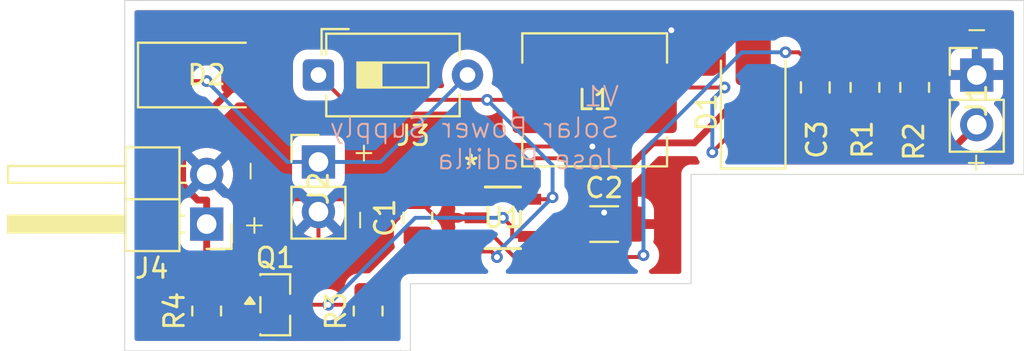
<source format=kicad_pcb>
(kicad_pcb (version 20241229) (generator "pcbnew") (generator_version "9.0")
  (title_block (title "Solar power supply") (date "2025-11-30") (rev "v1") (company "JPIndustries") (comment 1 "Author: Jose Padilla"))
  (layers (0 "F.Cu" signal) (2 "B.Cu" signal) (13 "F.Paste" user) (15 "B.Paste" user) (5 "F.SilkS" user "F.Silkscreen") (7 "B.SilkS" user "B.Silkscreen") (1 "F.Mask" user) (3 "B.Mask" user) (25 "Edge.Cuts" user))
  (net 0 "")
  (net 1 "GNDD")
  (net 2 "Net-(J3-Pin_1)")
  (net 3 "/OUT_P")
  (net 4 "Net-(U1-FB)")
  (net 5 "Net-(D1-K)")
  (net 6 "/SOLAR_P")
  (net 7 "Net-(D2-K)")
  (net 8 "Net-(Q1-D)")
  (footprint "Resistor_SMD:R_0805_2012Metric" (layer "F.Cu") (at 152.4 89.535 90)
    (property "Reference" "R1" (at -2.665 -0.13 90) (layer "F.SilkS"))
    (property "Value" "1 MΩ" (hide yes))
    (fp_line (start -0.227064 -0.735) (end 0.227064 -0.735) (stroke (width 0.12)) (layer "F.SilkS"))
    (fp_line (start -0.227064 0.735) (end 0.227064 0.735) (stroke (width 0.12)) (layer "F.SilkS"))
    (pad "1" smd roundrect (at -0.9125 0 90) (size 1.025 1.4) (layers "F.Cu" "F.Mask" "F.Paste") (roundrect_rratio 0.243902) (net 3 "/OUT_P"))
    (pad "2" smd roundrect (at 0.9125 0 90) (size 1.025 1.4) (layers "F.Cu" "F.Mask" "F.Paste") (roundrect_rratio 0.243902) (net 4 "Net-(U1-FB)"))
  )
  (footprint "Connector_PinHeader_2.54mm:PinHeader_1x02_P2.54mm_Horizontal" (layer "F.Cu") (at 118.745 96.52 180)
    (property "Reference" "J4" (at 2.81 -2.27 0) (layer "F.SilkS"))
    (property "Value" "Conn_01x02_Pin" (hide yes))
    (fp_line (start 10.15 2.97) (end 4.15 2.97) (stroke (width 0.12)) (layer "F.SilkS"))
    (fp_line (start 10.15 2.11) (end 10.15 2.97) (stroke (width 0.12)) (layer "F.SilkS"))
    (fp_line (start 4.15 3.92) (end 4.15 -1.38) (stroke (width 0.12)) (layer "F.SilkS"))
    (fp_line (start 4.15 2.11) (end 10.15 2.11) (stroke (width 0.12)) (layer "F.SilkS"))
    (fp_line (start 4.15 -1.38) (end 1.39 -1.38) (stroke (width 0.12)) (layer "F.SilkS"))
    (fp_line (start 1.39 3.92) (end 4.15 3.92) (stroke (width 0.12)) (layer "F.SilkS"))
    (fp_line (start 1.39 1.27) (end 4.15 1.27) (stroke (width 0.12)) (layer "F.SilkS"))
    (fp_line (start 1.39 -1.38) (end 1.39 3.92) (stroke (width 0.12)) (layer "F.SilkS"))
    (fp_line (start 1.16 0.43) (end 1.39 0.43) (stroke (width 0.12)) (layer "F.SilkS"))
    (fp_line (start 1.16 -0.43) (end 1.39 -0.43) (stroke (width 0.12)) (layer "F.SilkS"))
    (fp_line (start 1.077358 2.97) (end 1.39 2.97) (stroke (width 0.12)) (layer "F.SilkS"))
    (fp_line (start 1.077358 2.11) (end 1.39 2.11) (stroke (width 0.12)) (layer "F.SilkS"))
    (fp_line (start -1.27 0) (end -1.27 -1.27) (stroke (width 0.12)) (layer "F.SilkS"))
    (fp_line (start -1.27 -1.27) (end 0 -1.27) (stroke (width 0.12)) (layer "F.SilkS"))
    (fp_rect (start 4.15 -0.43) (end 10.15 0.43) (stroke (width 0.12)) (fill yes) (layer "F.SilkS"))
    (pad "1" thru_hole rect (at 0 0 180) (size 1.7 1.7) (drill 1) (layers "*.Cu" "*.Mask") (net 6 "/SOLAR_P"))
    (pad "2" thru_hole circle (at 0 2.54 180) (size 1.7 1.7) (drill 1) (layers "*.Cu" "*.Mask") (net 1 "GNDD"))
  )
  (footprint "Inductor_SMD:L_Abracon_ASPI-0630LR" (layer "F.Cu") (at 138.58 90.17)
    (property "Reference" "L1" (at 0 0 0) (layer "F.SilkS"))
    (property "Value" "10 µH, 680 mA" (hide yes))
    (fp_line (start -3.7 -3.4) (end -3.7 -1.9) (stroke (width 0.12)) (layer "F.SilkS"))
    (fp_line (start -3.7 3.4) (end -3.7 1.9) (stroke (width 0.12)) (layer "F.SilkS"))
    (fp_line (start -3.7 3.4) (end 3.7 3.4) (stroke (width 0.12)) (layer "F.SilkS"))
    (fp_line (start 3.7 -3.4) (end -3.7 -3.4) (stroke (width 0.12)) (layer "F.SilkS"))
    (fp_line (start 3.7 -3.4) (end 3.7 -1.9) (stroke (width 0.12)) (layer "F.SilkS"))
    (fp_line (start 3.7 3.4) (end 3.7 1.9) (stroke (width 0.12)) (layer "F.SilkS"))
    (pad "1" smd roundrect (at -3.025 0) (size 2.35 3.4) (layers "F.Cu" "F.Mask" "F.Paste") (roundrect_rratio 0.1) (net 2 "Net-(J3-Pin_1)"))
    (pad "2" smd roundrect (at 3.025 0) (size 2.35 3.4) (layers "F.Cu" "F.Mask" "F.Paste") (roundrect_rratio 0.1) (net 5 "Net-(D1-K)"))
  )
  (footprint "AP3015AKTR-G1:SOT23-5_1P55X2P9_DIO" (layer "F.Cu") (at 133.8898 96.2)
    (property "Reference" "U1" (at 0 0 0) (layer "F.SilkS"))
    (property "Value" "AP3015AKTR-G1" (hide yes))
    (fp_line (start -0.9017 1.5748) (end 0.9017 1.5748) (stroke (width 0.1524)) (layer "F.SilkS"))
    (fp_line (start 0.9017 -1.5748) (end -0.9017 -1.5748) (stroke (width 0.1524)) (layer "F.SilkS"))
    (fp_line (start 0.9017 0.337861) (end 0.9017 -0.337861) (stroke (width 0.1524)) (layer "F.SilkS"))
    (fp_text user "*" (at -1.61925 -2.6518 0) (layer "F.SilkS"))
    (fp_text user "*" (at -1.61925 -2.6518 0) (layer "F.SilkS"))
    (pad "1" smd rect (at -1.36525 -0.950001) (size 1.1811 0.5588) (layers "F.Cu" "F.Mask" "F.Paste") (net 5 "Net-(D1-K)"))
    (pad "2" smd rect (at -1.36525 0) (size 1.1811 0.5588) (layers "F.Cu" "F.Mask" "F.Paste") (net 1 "GNDD"))
    (pad "3" smd rect (at -1.36525 0.950001) (size 1.1811 0.5588) (layers "F.Cu" "F.Mask" "F.Paste") (net 4 "Net-(U1-FB)"))
    (pad "4" smd rect (at 1.36525 0.950001) (size 1.1811 0.5588) (layers "F.Cu" "F.Mask" "F.Paste") (net 8 "Net-(Q1-D)"))
    (pad "5" smd rect (at 1.36525 -0.950001) (size 1.1811 0.5588) (layers "F.Cu" "F.Mask" "F.Paste") (net 2 "Net-(J3-Pin_1)"))
  )
  (footprint "Capacitor_SMD:C_1206_3216Metric" (layer "F.Cu") (at 139.065 96.52)
    (property "Reference" "C2" (at 0 -1.85 0) (layer "F.SilkS"))
    (property "Value" "22 µF, 10 V, X7R (1206)" (hide yes))
    (fp_line (start -0.711252 -0.91) (end 0.711252 -0.91) (stroke (width 0.12)) (layer "F.SilkS"))
    (fp_line (start -0.711252 0.91) (end 0.711252 0.91) (stroke (width 0.12)) (layer "F.SilkS"))
    (pad "1" smd roundrect (at -1.475 0) (size 1.15 1.8) (layers "F.Cu" "F.Mask" "F.Paste") (roundrect_rratio 0.217391) (net 3 "/OUT_P"))
    (pad "2" smd roundrect (at 1.475 0) (size 1.15 1.8) (layers "F.Cu" "F.Mask" "F.Paste") (roundrect_rratio 0.217391) (net 1 "GNDD"))
  )
  (footprint "Capacitor_SMD:C_0805_2012Metric" (layer "F.Cu") (at 149.86 89.535 90)
    (property "Reference" "C3" (at -2.665 0.08 90) (layer "F.SilkS"))
    (property "Value" "10 pF, 50 V" (hide yes))
    (fp_line (start -0.261252 -0.735) (end 0.261252 -0.735) (stroke (width 0.12)) (layer "F.SilkS"))
    (fp_line (start -0.261252 0.735) (end 0.261252 0.735) (stroke (width 0.12)) (layer "F.SilkS"))
    (pad "1" smd roundrect (at -0.95 0 90) (size 1 1.45) (layers "F.Cu" "F.Mask" "F.Paste") (net 3 "/OUT_P"))
    (pad "2" smd roundrect (at 0.95 0 90) (size 1 1.45) (layers "F.Cu" "F.Mask" "F.Paste") (net 4 "Net-(U1-FB)"))
  )
  (footprint "Capacitor_SMD:C_0805_2012Metric" (layer "F.Cu") (at 129.54 96.2 90)
    (property "Reference" "C1" (at 0 -1.68 90) (layer "F.SilkS"))
    (property "Value" "4.7 µF, 50 V, X7R (0805)" (hide yes))
    (fp_line (start -0.261252 -0.735) (end 0.261252 -0.735) (stroke (width 0.12)) (layer "F.SilkS"))
    (fp_line (start -0.261252 0.735) (end 0.261252 0.735) (stroke (width 0.12)) (layer "F.SilkS"))
    (pad "1" smd roundrect (at -0.95 0 90) (size 1 1.45) (layers "F.Cu" "F.Mask" "F.Paste") (net 2 "Net-(J3-Pin_1)"))
    (pad "2" smd roundrect (at 0.95 0 90) (size 1 1.45) (layers "F.Cu" "F.Mask" "F.Paste") (net 1 "GNDD"))
  )
  (footprint "Connector_PinHeader_2.54mm:PinHeader_1x02_P2.54mm_Vertical" (layer "F.Cu") (at 124.46 93.345)
    (property "Reference" "J2" (at 0 1.355 90) (layer "F.SilkS"))
    (property "Value" "Conn_01x02_Pin" (hide yes))
    (fp_line (start -1.38 -1.38) (end 0 -1.38) (stroke (width 0.12)) (layer "F.SilkS"))
    (fp_line (start -1.38 0) (end -1.38 -1.38) (stroke (width 0.12)) (layer "F.SilkS"))
    (fp_line (start -1.38 1.27) (end -1.38 3.92) (stroke (width 0.12)) (layer "F.SilkS"))
    (fp_line (start -1.38 1.27) (end 1.38 1.27) (stroke (width 0.12)) (layer "F.SilkS"))
    (fp_line (start -1.38 3.92) (end 1.38 3.92) (stroke (width 0.12)) (layer "F.SilkS"))
    (fp_line (start 1.38 1.27) (end 1.38 3.92) (stroke (width 0.12)) (layer "F.SilkS"))
    (pad "1" thru_hole rect (at 0 0) (size 1.7 1.7) (drill 1) (layers "*.Cu" "*.Mask") (net 7 "Net-(D2-K)"))
    (pad "2" thru_hole circle (at 0 2.54) (size 1.7 1.7) (drill 1) (layers "*.Cu" "*.Mask") (net 1 "GNDD"))
  )
  (footprint "Package_TO_SOT_SMD:SOT-23" (layer "F.Cu") (at 122.2525 100.645)
    (property "Reference" "Q1" (at 0 -2.4 0) (layer "F.SilkS"))
    (property "Value" "2N7002" (hide yes))
    (fp_line (start -0.76 -1.56) (end 0.76 -1.56) (stroke (width 0.12)) (layer "F.SilkS"))
    (fp_line (start -0.76 -1.51) (end -0.76 -1.56) (stroke (width 0.12)) (layer "F.SilkS"))
    (fp_line (start -0.76 0.39) (end -0.76 -0.39) (stroke (width 0.12)) (layer "F.SilkS"))
    (fp_line (start -0.76 1.56) (end -0.76 1.51) (stroke (width 0.12)) (layer "F.SilkS"))
    (fp_line (start 0.76 -1.56) (end 0.76 -0.56) (stroke (width 0.12)) (layer "F.SilkS"))
    (fp_line (start 0.76 0.56) (end 0.76 1.56) (stroke (width 0.12)) (layer "F.SilkS"))
    (fp_line (start 0.76 1.56) (end -0.76 1.56) (stroke (width 0.12)) (layer "F.SilkS"))
    (fp_poly (pts (xy -1.3 -0.38) (xy -1.06 -0.05) (xy -1.54 -0.05)) (stroke (width 0.12)) (fill yes) (layer "F.SilkS"))
    (pad "1" smd roundrect (at -0.9375 -0.95) (size 1.475 0.6) (layers "F.Cu" "F.Mask" "F.Paste") (net 6 "/SOLAR_P"))
    (pad "2" smd roundrect (at -0.9375 0.95) (size 1.475 0.6) (layers "F.Cu" "F.Mask" "F.Paste") (net 1 "GNDD"))
    (pad "3" smd roundrect (at 0.9375 0) (size 1.475 0.6) (layers "F.Cu" "F.Mask" "F.Paste") (net 8 "Net-(Q1-D)"))
  )
  (footprint "Resistor_SMD:R_0805_2012Metric" (layer "F.Cu") (at 154.94 89.535 90)
    (property "Reference" "R2" (at -2.765 -0.04 90) (layer "F.SilkS"))
    (property "Value" "604 kΩ, 1%" (hide yes))
    (fp_line (start -0.227064 -0.735) (end 0.227064 -0.735) (stroke (width 0.12)) (layer "F.SilkS"))
    (fp_line (start -0.227064 0.735) (end 0.227064 0.735) (stroke (width 0.12)) (layer "F.SilkS"))
    (pad "1" smd roundrect (at -0.9125 0 90) (size 1.025 1.4) (layers "F.Cu" "F.Mask" "F.Paste") (roundrect_rratio 0.243902) (net 4 "Net-(U1-FB)"))
    (pad "2" smd roundrect (at 0.9125 0 90) (size 1.025 1.4) (layers "F.Cu" "F.Mask" "F.Paste") (roundrect_rratio 0.243902) (net 1 "GNDD"))
  )
  (footprint "Button_Switch_THT:SW_DIP_SPSTx01_Slide_6.7x4.1mm_W7.62mm_P2.54mm_LowProfile" (layer "F.Cu") (at 124.46 88.9)
    (property "Reference" "J3" (at 4.84 3.1 0) (layer "F.SilkS"))
    (property "Value" "Conn_01x02_Pin" (hide yes))
    (fp_line (start 0.16 -2.35) (end 0.16 -1.04) (stroke (width 0.12)) (layer "F.SilkS"))
    (fp_line (start 0.16 -2.35) (end 1.543 -2.35) (stroke (width 0.12)) (layer "F.SilkS"))
    (fp_line (start 0.4 -2.11) (end 0.4 -1.04) (stroke (width 0.12)) (layer "F.SilkS"))
    (fp_line (start 0.4 -2.11) (end 7.22 -2.11) (stroke (width 0.12)) (layer "F.SilkS"))
    (fp_line (start 0.4 1.04) (end 0.4 2.11) (stroke (width 0.12)) (layer "F.SilkS"))
    (fp_line (start 0.4 2.11) (end 7.22 2.11) (stroke (width 0.12)) (layer "F.SilkS"))
    (fp_line (start 3.206667 -0.635) (end 3.206667 0.635) (stroke (width 0.12)) (layer "F.SilkS"))
    (fp_line (start 7.22 -2.11) (end 7.22 -0.96) (stroke (width 0.12)) (layer "F.SilkS"))
    (fp_line (start 7.22 0.96) (end 7.22 2.11) (stroke (width 0.12)) (layer "F.SilkS"))
    (fp_rect (start 2 -0.635) (end 3.206667 0.635) (stroke (width 0.12)) (fill yes) (layer "F.SilkS"))
    (fp_rect (start 2 -0.635) (end 5.62 0.635) (stroke (width 0.12)) (fill no) (layer "F.SilkS"))
    (pad "1" thru_hole roundrect (at 0 0) (size 1.6 1.6) (drill 0.8) (layers "*.Cu" "*.Mask") (roundrect_rratio 0.15625) (net 2 "Net-(J3-Pin_1)"))
    (pad "2" thru_hole circle (at 7.62 0) (size 1.6 1.6) (drill 0.8) (layers "*.Cu" "*.Mask") (net 7 "Net-(D2-K)"))
  )
  (footprint "Resistor_SMD:R_0805_2012Metric" (layer "F.Cu") (at 127 100.965 90)
    (property "Reference" "R3" (at 0 -1.65 90) (layer "F.SilkS"))
    (property "Value" "10 kΩ" (hide yes))
    (fp_line (start -0.227064 -0.735) (end 0.227064 -0.735) (stroke (width 0.12)) (layer "F.SilkS"))
    (fp_line (start -0.227064 0.735) (end 0.227064 0.735) (stroke (width 0.12)) (layer "F.SilkS"))
    (pad "1" smd roundrect (at -0.9125 0 90) (size 1.025 1.4) (layers "F.Cu" "F.Mask" "F.Paste") (roundrect_rratio 0.243902) (net 8 "Net-(Q1-D)"))
    (pad "2" smd roundrect (at 0.9125 0 90) (size 1.025 1.4) (layers "F.Cu" "F.Mask" "F.Paste") (roundrect_rratio 0.243902) (net 2 "Net-(J3-Pin_1)"))
  )
  (footprint "Diode_SMD:D_SMA" (layer "F.Cu") (at 118.745 88.9)
    (property "Reference" "D2" (at 0 0 0) (layer "F.SilkS"))
    (property "Value" "SS14 (DO-214AC)" (hide yes))
    (fp_line (start -3.51 -1.65) (end -3.51 1.65) (stroke (width 0.12)) (layer "F.SilkS"))
    (fp_line (start -3.51 -1.65) (end 2 -1.65) (stroke (width 0.12)) (layer "F.SilkS"))
    (fp_line (start -3.51 1.65) (end 2 1.65) (stroke (width 0.12)) (layer "F.SilkS"))
    (pad "1" smd roundrect (at -2 0) (size 2.5 1.8) (layers "F.Cu" "F.Mask" "F.Paste") (roundrect_rratio 0.1388888889) (net 7 "Net-(D2-K)"))
    (pad "2" smd roundrect (at 2 0) (size 2.5 1.8) (layers "F.Cu" "F.Mask" "F.Paste") (roundrect_rratio 0.1388888889) (net 6 "/SOLAR_P"))
  )
  (footprint "Diode_SMD:D_SMA" (layer "F.Cu") (at 146.685 90.17 90)
    (property "Reference" "D1" (at -0.635 -2.385 90) (layer "F.SilkS"))
    (property "Value" "SS14 (DO-214AC)" (hide yes))
    (fp_line (start -3.51 -1.65) (end 2 -1.65) (stroke (width 0.12)) (layer "F.SilkS"))
    (fp_line (start -3.51 -1.65) (end -3.51 1.65) (stroke (width 0.12)) (layer "F.SilkS"))
    (fp_line (start -3.51 1.65) (end 2 1.65) (stroke (width 0.12)) (layer "F.SilkS"))
    (pad "1" smd roundrect (at -2 0 90) (size 2.5 1.8) (layers "F.Cu" "F.Mask" "F.Paste") (roundrect_rratio 0.1388888889) (net 5 "Net-(D1-K)"))
    (pad "2" smd roundrect (at 2 0 90) (size 2.5 1.8) (layers "F.Cu" "F.Mask" "F.Paste") (roundrect_rratio 0.1388888889) (net 3 "/OUT_P"))
  )
  (footprint "Resistor_SMD:R_0805_2012Metric" (layer "F.Cu") (at 118.745 100.965 90)
    (property "Reference" "R4" (at 0 -1.65 90) (layer "F.SilkS"))
    (property "Value" "1 MΩ" (hide yes))
    (fp_line (start -0.227064 -0.735) (end 0.227064 -0.735) (stroke (width 0.12)) (layer "F.SilkS"))
    (fp_line (start -0.227064 0.735) (end 0.227064 0.735) (stroke (width 0.12)) (layer "F.SilkS"))
    (pad "1" smd roundrect (at -0.9125 0 90) (size 1.025 1.4) (layers "F.Cu" "F.Mask" "F.Paste") (roundrect_rratio 0.243902) (net 6 "/SOLAR_P"))
    (pad "2" smd roundrect (at 0.9125 0 90) (size 1.025 1.4) (layers "F.Cu" "F.Mask" "F.Paste") (roundrect_rratio 0.243902) (net 1 "GNDD"))
  )
  (footprint "Connector_PinHeader_2.54mm:PinHeader_1x02_P2.54mm_Vertical" (layer "F.Cu") (at 158.115 88.9)
    (property "Reference" "J1" (at 0 1.3 90) (layer "F.SilkS"))
    (property "Value" "Conn_01x02_Pin" (hide yes))
    (fp_line (start -1.38 -1.38) (end 0 -1.38) (stroke (width 0.12)) (layer "F.SilkS"))
    (fp_line (start -1.38 0) (end -1.38 -1.38) (stroke (width 0.12)) (layer "F.SilkS"))
    (fp_line (start -1.38 1.27) (end -1.38 3.92) (stroke (width 0.12)) (layer "F.SilkS"))
    (fp_line (start -1.38 1.27) (end 1.38 1.27) (stroke (width 0.12)) (layer "F.SilkS"))
    (fp_line (start -1.38 3.92) (end 1.38 3.92) (stroke (width 0.12)) (layer "F.SilkS"))
    (fp_line (start 1.38 1.27) (end 1.38 3.92) (stroke (width 0.12)) (layer "F.SilkS"))
    (pad "1" thru_hole rect (at 0 0) (size 1.7 1.7) (drill 1) (layers "*.Cu" "*.Mask") (net 1 "GNDD"))
    (pad "2" thru_hole circle (at 0 2.54) (size 1.7 1.7) (drill 1) (layers "*.Cu" "*.Mask") (net 3 "/OUT_P"))
  )
  (gr_line (start 143.51 99.568) (end 141.732 99.568) (stroke (width 0.05)) (layer "Edge.Cuts"))
  (gr_line (start 160.528 93.98) (end 160.528 85.5) (stroke (width 0.05)) (layer "Edge.Cuts"))
  (gr_line (start 145.161 93.98) (end 143.51 93.98) (stroke (width 0.05)) (layer "Edge.Cuts"))
  (gr_line (start 145.161 93.98) (end 160.528 93.98) (stroke (width 0.05)) (layer "Edge.Cuts"))
  (gr_line (start 160.528 85.5) (end 160.528 85.09) (stroke (width 0.05)) (layer "Edge.Cuts"))
  (gr_line (start 143.51 93.98) (end 143.51 95.504) (stroke (width 0.05)) (layer "Edge.Cuts"))
  (gr_line (start 141.732 99.568) (end 129.159 99.568) (stroke (width 0.05)) (layer "Edge.Cuts"))
  (gr_line (start 114.554 102.997) (end 128.651 102.997) (stroke (width 0.05)) (layer "Edge.Cuts"))
  (gr_line (start 114.554 85.5) (end 114.554 102.997) (stroke (width 0.05)) (layer "Edge.Cuts"))
  (gr_line (start 129.159 102.997) (end 128.651 102.997) (stroke (width 0.05)) (layer "Edge.Cuts"))
  (gr_line (start 114.554 85.09) (end 114.554 85.5) (stroke (width 0.05)) (layer "Edge.Cuts"))
  (gr_line (start 129.159 99.568) (end 129.159 102.997) (stroke (width 0.05)) (layer "Edge.Cuts"))
  (gr_line (start 143.51 95.504) (end 143.51 99.568) (stroke (width 0.05)) (layer "Edge.Cuts"))
  (gr_line (start 160.528 85.09) (end 114.554 85.09) (stroke (width 0.05)) (layer "Edge.Cuts"))
  (gr_text "-" (at 127.1 97 90) (layer "F.SilkS") (effects (font (size 1 1) (thickness 0.1)) (justify left bottom)))
  (gr_text "+" (at 157.4 93.9 0) (layer "F.SilkS") (effects (font (size 1 1) (thickness 0.1)) (justify left bottom)))
  (gr_text "-" (at 121.5 94.5 90) (layer "F.SilkS") (effects (font (size 1 1) (thickness 0.1)) (justify left bottom)))
  (gr_text "-" (at 158.8 86.1 180) (layer "F.SilkS") (effects (font (size 1 1) (thickness 0.1)) (justify left bottom)))
  (gr_text "+" (at 120.5 97.1 0) (layer "F.SilkS") (effects (font (size 1 1) (thickness 0.1)) (justify left bottom)))
  (gr_text "+" (at 126.1 93.4 0) (layer "F.SilkS") (effects (font (size 1 1) (thickness 0.1)) (justify left bottom)))
  (gr_text "V1\nSolar Power Supply\nJose Padilla\n" (at 139.9 93.8 0) (layer "B.SilkS") (effects (font (size 1 1) (thickness 0.1)) (justify left bottom mirror)))
  (segment (start 138.464 92.5548) (end 132.235 92.5548) (width 0.2) (layer "F.Cu") (net 1))
  (segment (start 118.8675 100.1745) (end 118.99 100.297) (width 0.2) (layer "F.Cu") (net 1))
  (segment (start 118.8675 100.1745) (end 118.867 100.1745) (width 0.2) (layer "F.Cu") (net 1))
  (segment (start 130.49 96.2) (end 132.5246 96.2) (width 0.2) (layer "F.Cu") (net 1))
  (segment (start 156.963 88.9) (end 158.115 88.9) (width 0.2) (layer "F.Cu") (net 1))
  (segment (start 156.686 88.6225) (end 156.963 88.9) (width 0.2) (layer "F.Cu") (net 1))
  (segment (start 118.745 93.98) (end 120.015 95.25) (width 0.2) (layer "F.Cu") (net 1))
  (segment (start 124.46 95.885) (end 124.46 97.9875) (width 0.2) (layer "F.Cu") (net 1))
  (segment (start 124.46 95.25) (end 129.54 95.25) (width 0.2) (layer "F.Cu") (net 1))
  (segment (start 124.46 97.9875) (end 122.15 100.297) (width 0.2) (layer "F.Cu") (net 1))
  (segment (start 120.288 101.595) (end 121.315 101.595) (width 0.2) (layer "F.Cu") (net 1))
  (segment (start 132.5246 96.2) (end 132.525 96.2) (width 0.2) (layer "F.Cu") (net 1))
  (segment (start 122.15 100.297) (end 118.99 100.297) (width 0.2) (layer "F.Cu") (net 1))
  (segment (start 152.918 86.601) (end 142.509 86.601) (width 0.2) (layer "F.Cu") (net 1))
  (segment (start 129.54 95.25) (end 130.49 96.2) (width 0.2) (layer "F.Cu") (net 1))
  (segment (start 154.94 88.6225) (end 152.918 86.601) (width 0.2) (layer "F.Cu") (net 1))
  (segment (start 154.94 88.6225) (end 156.686 88.6225) (width 0.2) (layer "F.Cu") (net 1))
  (segment (start 139.953 95.9327) (end 140.54 96.52) (width 0.2) (layer "F.Cu") (net 1))
  (segment (start 132.235 92.5548) (end 129.54 95.25) (width 0.2) (layer "F.Cu") (net 1))
  (segment (start 118.867 100.1745) (end 118.745 100.0525) (width 0.2) (layer "F.Cu") (net 1))
  (segment (start 118.745 100.052) (end 118.8675 100.1745) (width 0.2) (layer "F.Cu") (net 1))
  (segment (start 120.015 95.25) (end 124.46 95.25) (width 0.2) (layer "F.Cu") (net 1))
  (segment (start 139.066 95.9327) (end 139.953 95.9327) (width 0.2) (layer "F.Cu") (net 1))
  (segment (start 124.46 95.25) (end 124.46 95.885) (width 0.2) (layer "F.Cu") (net 1))
  (segment (start 142.509 86.601) (end 142.5 86.6093) (width 0.2) (layer "F.Cu") (net 1))
  (segment (start 118.99 100.297) (end 120.288 101.595) (width 0.2) (layer "F.Cu") (net 1))
  (via (at 142.5 86.6093) (size 0.6) (drill 0.3) (layers "F.Cu" "B.Cu") (net 1))
  (via (at 139.066 95.9327) (size 0.6) (drill 0.3) (layers "F.Cu" "B.Cu") (net 1))
  (via (at 138.464 92.5548) (size 0.6) (drill 0.3) (layers "F.Cu" "B.Cu") (net 1))
  (segment (start 139.066 92.5548) (end 138.464 92.5548) (width 0.2) (layer "B.Cu") (net 1))
  (segment (start 142.5 86.6093) (end 139.066 90.0434) (width 0.2) (layer "B.Cu") (net 1))
  (segment (start 139.066 90.0434) (end 139.066 92.5548) (width 0.2) (layer "B.Cu") (net 1))
  (segment (start 139.066 92.5548) (end 139.066 95.9327) (width 0.2) (layer "B.Cu") (net 1))
  (segment (start 127 100.0525) (end 127 100.052) (width 0.2) (layer "F.Cu") (net 2))
  (segment (start 125.73 90.17) (end 133.084 90.17) (width 0.2) (layer "F.Cu") (net 2))
  (segment (start 136.147 95.25) (end 136.248 95.1491) (width 0.2) (layer "F.Cu") (net 2))
  (segment (start 136.248 95.1491) (end 136.43 95.1491) (width 0.2) (layer "F.Cu") (net 2))
  (segment (start 133.299 97.923) (end 133.586 98.2101) (width 0.2) (layer "F.Cu") (net 2))
  (segment (start 129.54 97.923) (end 129.54 97.15) (width 0.2) (layer "F.Cu") (net 2))
  (segment (start 124.46 88.9) (end 125.73 90.17) (width 0.2) (layer "F.Cu") (net 2))
  (segment (start 127 99.9619) (end 129.039 97.923) (width 0.2) (layer "F.Cu") (net 2))
  (segment (start 129.54 97.923) (end 133.299 97.923) (width 0.2) (layer "F.Cu") (net 2))
  (segment (start 135.255 95.25) (end 135.2551 95.25) (width 0.2) (layer "F.Cu") (net 2))
  (segment (start 127 100.052) (end 127 99.9619) (width 0.2) (layer "F.Cu") (net 2))
  (segment (start 135.2551 95.25) (end 136.147 95.25) (width 0.2) (layer "F.Cu") (net 2))
  (segment (start 129.039 97.923) (end 129.54 97.923) (width 0.2) (layer "F.Cu") (net 2))
  (segment (start 135.555 90.17) (end 133.084 90.17) (width 0.2) (layer "F.Cu") (net 2))
  (via (at 133.586 98.2101) (size 0.6) (drill 0.3) (layers "F.Cu" "B.Cu") (net 2))
  (via (at 133.084 90.17) (size 0.6) (drill 0.3) (layers "F.Cu" "B.Cu") (net 2))
  (via (at 136.43 95.1491) (size 0.6) (drill 0.3) (layers "F.Cu" "B.Cu") (net 2))
  (segment (start 133.586 97.9926) (end 136.43 95.1491) (width 0.2) (layer "B.Cu") (net 2))
  (segment (start 136.43 93.5163) (end 133.084 90.17) (width 0.2) (layer "B.Cu") (net 2))
  (segment (start 133.586 98.2101) (end 133.586 97.9926) (width 0.2) (layer "B.Cu") (net 2))
  (segment (start 136.43 95.1491) (end 136.43 93.5163) (width 0.2) (layer "B.Cu") (net 2))
  (segment (start 154.485 92.5322) (end 152.4 90.4475) (width 0.35) (layer "F.Cu") (net 3))
  (segment (start 141.564 92.37) (end 143.672 92.37) (width 0.35) (layer "F.Cu") (net 3))
  (segment (start 145.557 90.485) (end 146.685 90.485) (width 0.35) (layer "F.Cu") (net 3))
  (segment (start 143.672 92.37) (end 145.557 90.485) (width 0.35) (layer "F.Cu") (net 3))
  (segment (start 137.59 96.344) (end 141.564 92.37) (width 0.35) (layer "F.Cu") (net 3))
  (segment (start 146.685 90.485) (end 146.685 88.17) (width 0.35) (layer "F.Cu") (net 3))
  (segment (start 149.86 90.485) (end 152.362 90.485) (width 0.35) (layer "F.Cu") (net 3))
  (segment (start 152.362 90.485) (end 152.4 90.4475) (width 0.35) (layer "F.Cu") (net 3))
  (segment (start 146.685 90.485) (end 149.86 90.485) (width 0.35) (layer "F.Cu") (net 3))
  (segment (start 158.115 91.44) (end 157.023 92.5322) (width 0.35) (layer "F.Cu") (net 3))
  (segment (start 137.59 96.52) (end 137.59 96.344) (width 0.35) (layer "F.Cu") (net 3))
  (segment (start 157.023 92.5322) (end 154.485 92.5322) (width 0.35) (layer "F.Cu") (net 3))
  (segment (start 149.898 88.6225) (end 149.86 88.585) (width 0.2) (layer "F.Cu") (net 4))
  (segment (start 140.978 98.205) (end 141.075 98.1085) (width 0.2) (layer "F.Cu") (net 4))
  (segment (start 149.013 87.7376) (end 149.86 88.585) (width 0.2) (layer "F.Cu") (net 4))
  (segment (start 132.525 97.15) (end 133.417 97.15) (width 0.2) (layer "F.Cu") (net 4))
  (segment (start 134.472 98.205) (end 140.978 98.205) (width 0.2) (layer "F.Cu") (net 4))
  (segment (start 152.4 88.6225) (end 149.898 88.6225) (width 0.2) (layer "F.Cu") (net 4))
  (segment (start 148.335 87.7376) (end 149.013 87.7376) (width 0.2) (layer "F.Cu") (net 4))
  (segment (start 133.417 97.15) (end 134.472 98.205) (width 0.2) (layer "F.Cu") (net 4))
  (segment (start 154.94 90.4475) (end 153.115 88.6225) (width 0.2) (layer "F.Cu") (net 4))
  (segment (start 132.5246 97.15) (end 132.525 97.15) (width 0.2) (layer "F.Cu") (net 4))
  (segment (start 153.115 88.6225) (end 152.4 88.6225) (width 0.2) (layer "F.Cu") (net 4))
  (via (at 148.335 87.7376) (size 0.6) (drill 0.3) (layers "F.Cu" "B.Cu") (net 4))
  (via (at 141.075 98.1085) (size 0.6) (drill 0.3) (layers "F.Cu" "B.Cu") (net 4))
  (segment (start 146.108 87.7376) (end 148.335 87.7376) (width 0.2) (layer "B.Cu") (net 4))
  (segment (start 141.075 98.1085) (end 141.075 92.7707) (width 0.2) (layer "B.Cu") (net 4))
  (segment (start 141.075 92.7707) (end 146.108 87.7376) (width 0.2) (layer "B.Cu") (net 4))
  (segment (start 132.525 95.25) (end 133.417 95.25) (width 0.2) (layer "F.Cu") (net 5))
  (segment (start 135.51 93.1565) (end 138.713 93.1565) (width 0.2) (layer "F.Cu") (net 5))
  (segment (start 141.605 90.2645) (end 141.605 90.17) (width 0.2) (layer "F.Cu") (net 5))
  (segment (start 145.219 89.538) (end 142.237 89.538) (width 0.2) (layer "F.Cu") (net 5))
  (segment (start 146.685 92.17) (end 145.272 92.17) (width 0.2) (layer "F.Cu") (net 5))
  (segment (start 133.417 95.25) (end 135.51 93.1565) (width 0.2) (layer "F.Cu") (net 5))
  (segment (start 132.5246 95.25) (end 132.525 95.25) (width 0.2) (layer "F.Cu") (net 5))
  (segment (start 145.272 92.17) (end 144.595 92.8472) (width 0.2) (layer "F.Cu") (net 5))
  (segment (start 142.237 89.538) (end 141.605 90.17) (width 0.2) (layer "F.Cu") (net 5))
  (segment (start 138.713 93.1565) (end 141.605 90.2645) (width 0.2) (layer "F.Cu") (net 5))
  (via (at 144.595 92.8472) (size 0.6) (drill 0.3) (layers "F.Cu" "B.Cu") (net 5))
  (via (at 145.219 89.538) (size 0.6) (drill 0.3) (layers "F.Cu" "B.Cu") (net 5))
  (segment (start 144.595 92.8472) (end 144.595 90.1625) (width 0.2) (layer "B.Cu") (net 5))
  (segment (start 144.595 90.1625) (end 145.219 89.538) (width 0.2) (layer "B.Cu") (net 5))
  (segment (start 118.745 96.52) (end 118.745 99.1623) (width 0.35) (layer "F.Cu") (net 6))
  (segment (start 118.745 101.8775) (end 118.745 101.878) (width 0.35) (layer "F.Cu") (net 6))
  (segment (start 119.178 98.7298) (end 120.35 98.7298) (width 0.35) (layer "F.Cu") (net 6))
  (segment (start 120.35 98.7298) (end 121.315 99.695) (width 0.35) (layer "F.Cu") (net 6))
  (segment (start 118.745 99.1623) (end 119.178 98.7298) (width 0.35) (layer "F.Cu") (net 6))
  (segment (start 117.805 98.7298) (end 118.312 98.7298) (width 0.35) (layer "F.Cu") (net 6))
  (segment (start 118.745 95.2933) (end 118.285 95.2933) (width 0.35) (layer "F.Cu") (net 6))
  (segment (start 115.532 101.003) (end 117.805 98.7298) (width 0.35) (layer "F.Cu") (net 6))
  (segment (start 118.745 101.878) (end 117.669 101.878) (width 0.35) (layer "F.Cu") (net 6))
  (segment (start 118.285 95.2933) (end 117.518 94.5267) (width 0.35) (layer "F.Cu") (net 6))
  (segment (start 117.518 94.5267) (end 117.518 92.1267) (width 0.35) (layer "F.Cu") (net 6))
  (segment (start 118.745 101.878) (end 117.669 101.878) (width 0.35) (layer "F.Cu") (net 6))
  (segment (start 116.406 101.878) (end 115.532 101.003) (width 0.35) (layer "F.Cu") (net 6))
  (segment (start 117.518 92.1267) (end 120.745 88.9) (width 0.35) (layer "F.Cu") (net 6))
  (segment (start 118.312 98.7298) (end 118.745 99.1623) (width 0.35) (layer "F.Cu") (net 6))
  (segment (start 118.745 96.52) (end 118.745 95.2933) (width 0.35) (layer "F.Cu") (net 6))
  (segment (start 117.669 101.878) (end 116.406 101.878) (width 0.35) (layer "F.Cu") (net 6))
  (segment (start 117.055 89.2099) (end 116.745 88.9) (width 0.2) (layer "F.Cu") (net 7))
  (segment (start 118.745 89.2099) (end 117.055 89.2099) (width 0.2) (layer "F.Cu") (net 7))
  (via (at 118.745 89.2099) (size 0.6) (drill 0.3) (layers "F.Cu" "B.Cu") (net 7))
  (segment (start 122.88 93.345) (end 118.745 89.2099) (width 0.2) (layer "B.Cu") (net 7))
  (segment (start 127.635 93.345) (end 124.46 93.345) (width 0.2) (layer "B.Cu") (net 7))
  (segment (start 132.08 88.9) (end 127.635 93.345) (width 0.2) (layer "B.Cu") (net 7))
  (segment (start 124.46 93.345) (end 122.88 93.345) (width 0.2) (layer "B.Cu") (net 7))
  (segment (start 135.2551 97.15) (end 135.255 97.15) (width 0.2) (layer "F.Cu") (net 8))
  (segment (start 127 101.878) (end 126.3945 101.272) (width 0.2) (layer "F.Cu") (net 8))
  (segment (start 127 101.8775) (end 126.3945 101.272) (width 0.2) (layer "F.Cu") (net 8))
  (segment (start 134.363 96.6776) (end 133.885 96.2) (width 0.2) (layer "F.Cu") (net 8))
  (segment (start 124.963 100.645) (end 123.19 100.645) (width 0.2) (layer "F.Cu") (net 8))
  (segment (start 134.363 97.15) (end 134.363 96.6776) (width 0.2) (layer "F.Cu") (net 8))
  (segment (start 135.255 97.15) (end 134.363 97.15) (width 0.2) (layer "F.Cu") (net 8))
  (segment (start 126.3945 101.272) (end 125.768 100.645) (width 0.2) (layer "F.Cu") (net 8))
  (segment (start 125.768 100.645) (end 124.963 100.645) (width 0.2) (layer "F.Cu") (net 8))
  (via (at 133.885 96.2) (size 0.6) (drill 0.3) (layers "F.Cu" "B.Cu") (net 8))
  (via (at 124.963 100.645) (size 0.6) (drill 0.3) (layers "F.Cu" "B.Cu") (net 8))
  (segment (start 133.885 96.2) (end 129.408 96.2) (width 0.2) (layer "B.Cu") (net 8))
  (segment (start 129.408 96.2) (end 124.963 100.645) (width 0.2) (layer "B.Cu") (net 8))
  (zone (net 1) (net_name "GNDD") (layer "F.Cu") (name "front copper") (connect_pads (clearance 0.5)) (min_thickness 0.25) (fill yes (thermal_gap 0.5) (thermal_bridge_width 0.5))
    (polygon (pts (xy 114.681 85.217) (xy 114.681 102.87) (xy 128.905 102.87) (xy 129.032 102.743) (xy 129.032 99.187) (xy 143.129 99.187) (xy 143.256 99.06) (xy 143.256 93.599) (xy 160 93.5) (xy 160 85.217)))
  )
  (zone (net 1) (net_name "GNDD") (layer "B.Cu") (name "back copper") (priority 1) (connect_pads (clearance 0.5)) (min_thickness 0.25) (fill yes (thermal_gap 0.5) (thermal_bridge_width 0.5))
    (polygon (pts (xy 114.681 85.217) (xy 114.681 102.87) (xy 128.905 102.87) (xy 129.032 102.743) (xy 129.032 99.187) (xy 143.129 99.187) (xy 143.256 99.06) (xy 143.256 93.599) (xy 143.383 93.472) (xy 160.02 93.472) (xy 160.02 85.217)))
  )
)
</source>
